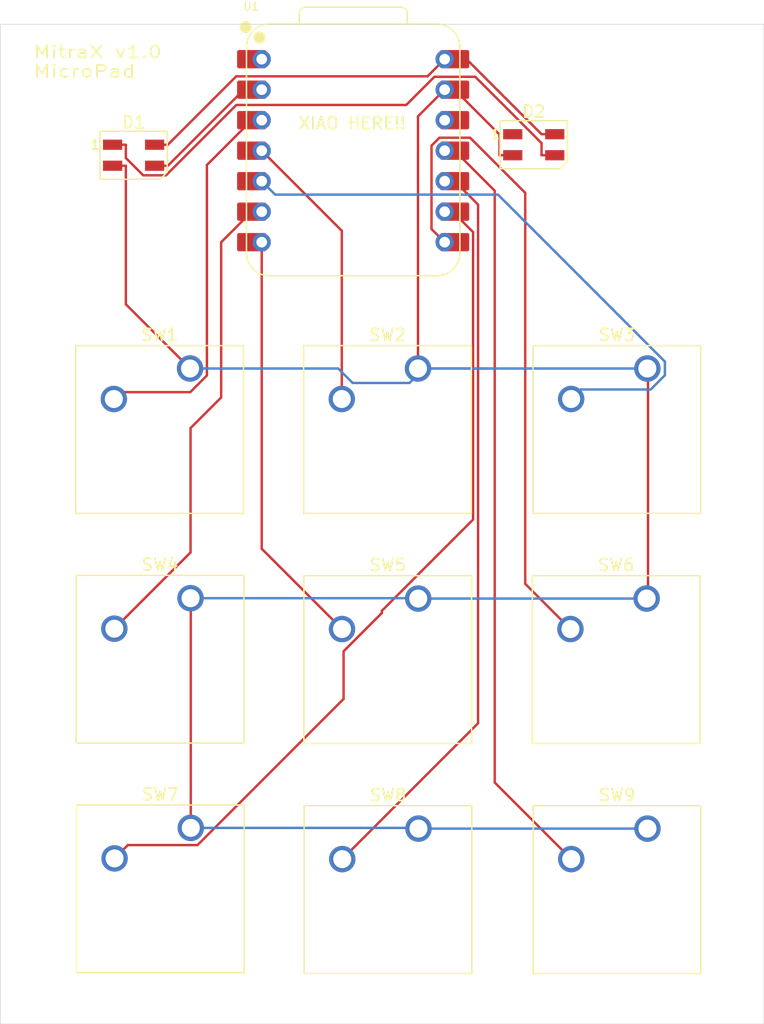
<source format=kicad_pcb>
(kicad_pcb (version 20241229) (generator "pcbnew") (generator_version "9.0")
  (layers (0 "F.Cu" signal) (2 "B.Cu" signal) (13 "F.Paste" user) (15 "B.Paste" user) (5 "F.SilkS" user "F.Silkscreen") (7 "B.SilkS" user "B.Silkscreen") (1 "F.Mask" user) (3 "B.Mask" user) (25 "Edge.Cuts" user))
  (net 0 "")
  (net 1 "Net-(D1-DIN)")
  (net 2 "+5V")
  (net 3 "Net-(D1-DOUT)")
  (net 4 "GND")
  (net 6 "Net-(U1-GPIO28{slash}ADC2{slash}A2)")
  (net 7 "Net-(U1-GPIO29{slash}ADC3{slash}A3)")
  (net 8 "Net-(U1-GPIO6{slash}SDA)")
  (net 9 "Net-(U1-GPIO7{slash}SCL)")
  (net 10 "Net-(U1-GPIO0{slash}TX)")
  (net 11 "Net-(U1-GPIO1{slash}RX)")
  (net 12 "Net-(U1-GPIO2{slash}SCK)")
  (net 13 "Net-(U1-GPIO4{slash}MISO)")
  (net 14 "Net-(U1-GPIO3{slash}MOSI)")
  (net 15 "unconnected-(U1-GPIO26{slash}ADC0{slash}A0-Pad1)")
  (net 16 "unconnected-(U1-3V3-Pad12)")
  (footprint "Button_Switch_Keyboard:SW_Cherry_MX_1.00u_PCB" (layer "F.Cu") (at 171.33 99.71)
    (property "Reference" "SW6" (at -2.54 -2.794 0) (layer "F.SilkS"))
    (property "Value" "SW_Push")
    (fp_line (start -9.525 -1.905) (end 4.445 -1.905) (stroke (width 0.12)) (layer "F.SilkS"))
    (fp_line (start -9.525 12.065) (end -9.525 -1.905) (stroke (width 0.12)) (layer "F.SilkS"))
    (fp_line (start 4.445 -1.905) (end 4.445 12.065) (stroke (width 0.12)) (layer "F.SilkS"))
    (fp_line (start 4.445 12.065) (end -9.525 12.065) (stroke (width 0.12)) (layer "F.SilkS"))
    (pad "" np_thru_hole circle (at -7.62 5.08) (size 1.7 1.7) (drill 1.7) (layers "*.Cu" "*.Mask"))
    (pad "" np_thru_hole circle (at -2.54 5.08) (size 4 4) (drill 4) (layers "*.Cu" "*.Mask"))
    (pad "" np_thru_hole circle (at 2.54 5.08) (size 1.7 1.7) (drill 1.7) (layers "*.Cu" "*.Mask"))
    (pad "1" thru_hole circle (at 0 0) (size 2.2 2.2) (drill 1.5) (layers "*.Cu" "*.Mask") (net 4 "GND"))
    (pad "2" thru_hole circle (at -6.35 2.54) (size 2.2 2.2) (drill 1.5) (layers "*.Cu" "*.Mask") (net 11 "Net-(U1-GPIO1{slash}RX)"))
  )
  (footprint "Button_Switch_Keyboard:SW_Cherry_MX_1.00u_PCB" (layer "F.Cu") (at 133.29 80.55)
    (property "Reference" "SW1" (at -2.54 -2.794 0) (layer "F.SilkS"))
    (property "Value" "SW_Push")
    (fp_line (start -9.525 -1.905) (end 4.445 -1.905) (stroke (width 0.12)) (layer "F.SilkS"))
    (fp_line (start -9.525 12.065) (end -9.525 -1.905) (stroke (width 0.12)) (layer "F.SilkS"))
    (fp_line (start 4.445 -1.905) (end 4.445 12.065) (stroke (width 0.12)) (layer "F.SilkS"))
    (fp_line (start 4.445 12.065) (end -9.525 12.065) (stroke (width 0.12)) (layer "F.SilkS"))
    (pad "" np_thru_hole circle (at -7.62 5.08) (size 1.7 1.7) (drill 1.7) (layers "*.Cu" "*.Mask"))
    (pad "" np_thru_hole circle (at -2.54 5.08) (size 4 4) (drill 4) (layers "*.Cu" "*.Mask"))
    (pad "" np_thru_hole circle (at 2.54 5.08) (size 1.7 1.7) (drill 1.7) (layers "*.Cu" "*.Mask"))
    (pad "1" thru_hole circle (at 0 0) (size 2.2 2.2) (drill 1.5) (layers "*.Cu" "*.Mask") (net 4 "GND"))
    (pad "2" thru_hole circle (at -6.35 2.54) (size 2.2 2.2) (drill 1.5) (layers "*.Cu" "*.Mask") (net 6 "Net-(U1-GPIO28{slash}ADC2{slash}A2)"))
  )
  (footprint "Seeed Studio XIAO Series Library:XIAO-RP2040-DIP" (layer "F.Cu") (at 146.88 62.4085)
    (property "Reference" "U1" (at -8.5 -12 0) (layer "F.SilkS") (effects (font (size 0.635 0.635) (thickness 0.1016))))
    (property "Value" "XIAO-RP2040-DIP")
    (fp_line (start -8.89 8.509) (end -8.89 -8.636) (stroke (width 0.127)) (layer "F.SilkS"))
    (fp_line (start -6.985 10.414) (end 6.985 10.414) (stroke (width 0.127)) (layer "F.SilkS"))
    (fp_line (start -4.495 -10.541) (end -4.491272 -11.451272) (stroke (width 0.127)) (layer "F.SilkS"))
    (fp_line (start -3.991272 -11.951) (end 4.004 -11.951) (stroke (width 0.127)) (layer "F.SilkS"))
    (fp_line (start 4.504 -11.451) (end 4.504 -10.541) (stroke (width 0.127)) (layer "F.SilkS"))
    (fp_line (start 6.985 -10.541) (end -6.985 -10.541) (stroke (width 0.1)) (layer "F.SilkS"))
    (fp_line (start 6.985 -10.541) (end -6.985 -10.541) (stroke (width 0.127)) (layer "F.SilkS"))
    (fp_line (start 8.89 8.509) (end 8.89 -8.636) (stroke (width 0.127)) (layer "F.SilkS"))
    (fp_arc (start -8.89 -8.636) (mid -8.332038 -9.983038) (end -6.985 -10.541) (stroke (width 0.127)) (layer "F.SilkS"))
    (fp_arc (start -6.985 10.414) (mid -8.332038 9.856038) (end -8.89 8.509) (stroke (width 0.127)) (layer "F.SilkS"))
    (fp_arc (start -4.491272 -11.451272) (mid -4.344728 -11.80464) (end -3.991272 -11.951) (stroke (width 0.127)) (layer "F.SilkS"))
    (fp_arc (start 4.004 -11.951) (mid 4.357553 -11.804553) (end 4.504 -11.451) (stroke (width 0.127)) (layer "F.SilkS"))
    (fp_arc (start 6.985 -10.541) (mid 8.332038 -9.983038) (end 8.89 -8.636) (stroke (width 0.127)) (layer "F.SilkS"))
    (fp_arc (start 8.89 8.509) (mid 8.332038 9.856038) (end 6.985 10.414) (stroke (width 0.127)) (layer "F.SilkS"))
    (fp_circle (center -8.95 -10.3) (end -8.95 -10.554) (stroke (width 0.5)) (fill yes) (layer "F.SilkS"))
    (fp_circle (center -7.807 -9.42) (end -7.807 -9.674) (stroke (width 0.5)) (fill yes) (layer "F.SilkS"))
    (pad "1" smd roundrect (at -8.455 -7.62 180) (size 2.432 1.524) (layers "F.Cu" "F.Mask") (roundrect_rratio 0.1) (net 15 "unconnected-(U1-GPIO26{slash}ADC0{slash}A0-Pad1)"))
    (pad "1" thru_hole circle (at -7.62 -7.62 180) (size 1.524 1.524) (drill 0.889) (layers "*.Cu" "*.Mask") (net 15 "unconnected-(U1-GPIO26{slash}ADC0{slash}A0-Pad1)"))
    (pad "2" smd roundrect (at -8.455 -5.08 180) (size 2.432 1.524) (layers "F.Cu" "F.Mask") (roundrect_rratio 0.1) (net 1 "Net-(D1-DIN)"))
    (pad "2" thru_hole circle (at -7.62 -5.08 180) (size 1.524 1.524) (drill 0.889) (layers "*.Cu" "*.Mask") (net 1 "Net-(D1-DIN)"))
    (pad "3" smd roundrect (at -8.455 -2.54 180) (size 2.432 1.524) (layers "F.Cu" "F.Mask") (roundrect_rratio 0.1) (net 6 "Net-(U1-GPIO28{slash}ADC2{slash}A2)"))
    (pad "3" thru_hole circle (at -7.62 -2.54 180) (size 1.524 1.524) (drill 0.889) (layers "*.Cu" "*.Mask") (net 6 "Net-(U1-GPIO28{slash}ADC2{slash}A2)"))
    (pad "4" smd roundrect (at -8.455 0 180) (size 2.432 1.524) (layers "F.Cu" "F.Mask") (roundrect_rratio 0.1) (net 7 "Net-(U1-GPIO29{slash}ADC3{slash}A3)"))
    (pad "4" thru_hole circle (at -7.62 0 180) (size 1.524 1.524) (drill 0.889) (layers "*.Cu" "*.Mask") (net 7 "Net-(U1-GPIO29{slash}ADC3{slash}A3)"))
    (pad "5" smd roundrect (at -8.455 2.54 180) (size 2.432 1.524) (layers "F.Cu" "F.Mask") (roundrect_rratio 0.1) (net 8 "Net-(U1-GPIO6{slash}SDA)"))
    (pad "5" thru_hole circle (at -7.62 2.54 180) (size 1.524 1.524) (drill 0.889) (layers "*.Cu" "*.Mask") (net 8 "Net-(U1-GPIO6{slash}SDA)"))
    (pad "6" smd roundrect (at -8.455 5.08 180) (size 2.432 1.524) (layers "F.Cu" "F.Mask") (roundrect_rratio 0.1) (net 9 "Net-(U1-GPIO7{slash}SCL)"))
    (pad "6" thru_hole circle (at -7.62 5.08 180) (size 1.524 1.524) (drill 0.889) (layers "*.Cu" "*.Mask") (net 9 "Net-(U1-GPIO7{slash}SCL)"))
    (pad "7" smd roundrect (at -8.455 7.62 180) (size 2.432 1.524) (layers "F.Cu" "F.Mask") (roundrect_rratio 0.1) (net 10 "Net-(U1-GPIO0{slash}TX)"))
    (pad "7" thru_hole circle (at -7.62 7.62 180) (size 1.524 1.524) (drill 0.889) (layers "*.Cu" "*.Mask") (net 10 "Net-(U1-GPIO0{slash}TX)"))
    (pad "8" thru_hole circle (at 7.62 7.62) (size 1.524 1.524) (drill 0.889) (layers "*.Cu" "*.Mask") (net 11 "Net-(U1-GPIO1{slash}RX)"))
    (pad "8" smd roundrect (at 8.455 7.62) (size 2.432 1.524) (layers "F.Cu" "F.Mask") (roundrect_rratio 0.1) (net 11 "Net-(U1-GPIO1{slash}RX)"))
    (pad "9" thru_hole circle (at 7.62 5.08) (size 1.524 1.524) (drill 0.889) (layers "*.Cu" "*.Mask") (net 12 "Net-(U1-GPIO2{slash}SCK)"))
    (pad "9" smd roundrect (at 8.455 5.08) (size 2.432 1.524) (layers "F.Cu" "F.Mask") (roundrect_rratio 0.1) (net 12 "Net-(U1-GPIO2{slash}SCK)"))
    (pad "10" thru_hole circle (at 7.62 2.54) (size 1.524 1.524) (drill 0.889) (layers "*.Cu" "*.Mask") (net 13 "Net-(U1-GPIO4{slash}MISO)"))
    (pad "10" smd roundrect (at 8.455 2.54) (size 2.432 1.524) (layers "F.Cu" "F.Mask") (roundrect_rratio 0.1) (net 13 "Net-(U1-GPIO4{slash}MISO)"))
    (pad "11" thru_hole circle (at 7.62 0) (size 1.524 1.524) (drill 0.889) (layers "*.Cu" "*.Mask") (net 14 "Net-(U1-GPIO3{slash}MOSI)"))
    (pad "11" smd roundrect (at 8.455 0) (size 2.432 1.524) (layers "F.Cu" "F.Mask") (roundrect_rratio 0.1) (net 14 "Net-(U1-GPIO3{slash}MOSI)"))
    (pad "12" thru_hole circle (at 7.62 -2.54) (size 1.524 1.524) (drill 0.889) (layers "*.Cu" "*.Mask") (net 16 "unconnected-(U1-3V3-Pad12)"))
    (pad "12" smd roundrect (at 8.455 -2.54) (size 2.432 1.524) (layers "F.Cu" "F.Mask") (roundrect_rratio 0.1) (net 16 "unconnected-(U1-3V3-Pad12)"))
    (pad "13" thru_hole circle (at 7.62 -5.08) (size 1.524 1.524) (drill 0.889) (layers "*.Cu" "*.Mask") (net 4 "GND"))
    (pad "13" smd roundrect (at 8.455 -5.08) (size 2.432 1.524) (layers "F.Cu" "F.Mask") (roundrect_rratio 0.1) (net 4 "GND"))
    (pad "14" thru_hole circle (at 7.62 -7.62) (size 1.524 1.524) (drill 0.889) (layers "*.Cu" "*.Mask") (net 2 "+5V"))
    (pad "14" smd roundrect (at 8.455 -7.62) (size 2.432 1.524) (layers "F.Cu" "F.Mask") (roundrect_rratio 0.1) (net 2 "+5V"))
  )
  (footprint "Button_Switch_Keyboard:SW_Cherry_MX_1.00u_PCB" (layer "F.Cu") (at 133.35 118.81)
    (property "Reference" "SW7" (at -2.54 -2.794 0) (layer "F.SilkS"))
    (property "Value" "SW_Push")
    (fp_line (start -9.525 -1.905) (end 4.445 -1.905) (stroke (width 0.12)) (layer "F.SilkS"))
    (fp_line (start -9.525 12.065) (end -9.525 -1.905) (stroke (width 0.12)) (layer "F.SilkS"))
    (fp_line (start 4.445 -1.905) (end 4.445 12.065) (stroke (width 0.12)) (layer "F.SilkS"))
    (fp_line (start 4.445 12.065) (end -9.525 12.065) (stroke (width 0.12)) (layer "F.SilkS"))
    (pad "" np_thru_hole circle (at -7.62 5.08) (size 1.7 1.7) (drill 1.7) (layers "*.Cu" "*.Mask"))
    (pad "" np_thru_hole circle (at -2.54 5.08) (size 4 4) (drill 4) (layers "*.Cu" "*.Mask"))
    (pad "" np_thru_hole circle (at 2.54 5.08) (size 1.7 1.7) (drill 1.7) (layers "*.Cu" "*.Mask"))
    (pad "1" thru_hole circle (at 0 0) (size 2.2 2.2) (drill 1.5) (layers "*.Cu" "*.Mask") (net 4 "GND"))
    (pad "2" thru_hole circle (at -6.35 2.54) (size 2.2 2.2) (drill 1.5) (layers "*.Cu" "*.Mask") (net 12 "Net-(U1-GPIO2{slash}SCK)"))
  )
  (footprint "Button_Switch_Keyboard:SW_Cherry_MX_1.00u_PCB" (layer "F.Cu") (at 171.39 80.55)
    (property "Reference" "SW3" (at -2.54 -2.794 0) (layer "F.SilkS"))
    (property "Value" "SW_Push")
    (fp_line (start -9.525 -1.905) (end 4.445 -1.905) (stroke (width 0.12)) (layer "F.SilkS"))
    (fp_line (start -9.525 12.065) (end -9.525 -1.905) (stroke (width 0.12)) (layer "F.SilkS"))
    (fp_line (start 4.445 -1.905) (end 4.445 12.065) (stroke (width 0.12)) (layer "F.SilkS"))
    (fp_line (start 4.445 12.065) (end -9.525 12.065) (stroke (width 0.12)) (layer "F.SilkS"))
    (pad "" np_thru_hole circle (at -7.62 5.08) (size 1.7 1.7) (drill 1.7) (layers "*.Cu" "*.Mask"))
    (pad "" np_thru_hole circle (at -2.54 5.08) (size 4 4) (drill 4) (layers "*.Cu" "*.Mask"))
    (pad "" np_thru_hole circle (at 2.54 5.08) (size 1.7 1.7) (drill 1.7) (layers "*.Cu" "*.Mask"))
    (pad "1" thru_hole circle (at 0 0) (size 2.2 2.2) (drill 1.5) (layers "*.Cu" "*.Mask") (net 4 "GND"))
    (pad "2" thru_hole circle (at -6.35 2.54) (size 2.2 2.2) (drill 1.5) (layers "*.Cu" "*.Mask") (net 8 "Net-(U1-GPIO6{slash}SDA)"))
  )
  (footprint "Button_Switch_Keyboard:SW_Cherry_MX_1.00u_PCB" (layer "F.Cu") (at 171.4 118.87)
    (property "Reference" "SW9" (at -2.54 -2.794 0) (layer "F.SilkS"))
    (property "Value" "SW_Push")
    (fp_line (start -9.525 -1.905) (end 4.445 -1.905) (stroke (width 0.12)) (layer "F.SilkS"))
    (fp_line (start -9.525 12.065) (end -9.525 -1.905) (stroke (width 0.12)) (layer "F.SilkS"))
    (fp_line (start 4.445 -1.905) (end 4.445 12.065) (stroke (width 0.12)) (layer "F.SilkS"))
    (fp_line (start 4.445 12.065) (end -9.525 12.065) (stroke (width 0.12)) (layer "F.SilkS"))
    (pad "" np_thru_hole circle (at -7.62 5.08) (size 1.7 1.7) (drill 1.7) (layers "*.Cu" "*.Mask"))
    (pad "" np_thru_hole circle (at -2.54 5.08) (size 4 4) (drill 4) (layers "*.Cu" "*.Mask"))
    (pad "" np_thru_hole circle (at 2.54 5.08) (size 1.7 1.7) (drill 1.7) (layers "*.Cu" "*.Mask"))
    (pad "1" thru_hole circle (at 0 0) (size 2.2 2.2) (drill 1.5) (layers "*.Cu" "*.Mask") (net 4 "GND"))
    (pad "2" thru_hole circle (at -6.35 2.54) (size 2.2 2.2) (drill 1.5) (layers "*.Cu" "*.Mask") (net 14 "Net-(U1-GPIO3{slash}MOSI)"))
  )
  (footprint "Button_Switch_Keyboard:SW_Cherry_MX_1.00u_PCB" (layer "F.Cu") (at 152.3 99.71)
    (property "Reference" "SW5" (at -2.54 -2.794 0) (layer "F.SilkS"))
    (property "Value" "SW_Push")
    (fp_line (start -9.525 -1.905) (end 4.445 -1.905) (stroke (width 0.12)) (layer "F.SilkS"))
    (fp_line (start -9.525 12.065) (end -9.525 -1.905) (stroke (width 0.12)) (layer "F.SilkS"))
    (fp_line (start 4.445 -1.905) (end 4.445 12.065) (stroke (width 0.12)) (layer "F.SilkS"))
    (fp_line (start 4.445 12.065) (end -9.525 12.065) (stroke (width 0.12)) (layer "F.SilkS"))
    (pad "" np_thru_hole circle (at -7.62 5.08) (size 1.7 1.7) (drill 1.7) (layers "*.Cu" "*.Mask"))
    (pad "" np_thru_hole circle (at -2.54 5.08) (size 4 4) (drill 4) (layers "*.Cu" "*.Mask"))
    (pad "" np_thru_hole circle (at 2.54 5.08) (size 1.7 1.7) (drill 1.7) (layers "*.Cu" "*.Mask"))
    (pad "1" thru_hole circle (at 0 0) (size 2.2 2.2) (drill 1.5) (layers "*.Cu" "*.Mask") (net 4 "GND"))
    (pad "2" thru_hole circle (at -6.35 2.54) (size 2.2 2.2) (drill 1.5) (layers "*.Cu" "*.Mask") (net 10 "Net-(U1-GPIO0{slash}TX)"))
  )
  (footprint "Button_Switch_Keyboard:SW_Cherry_MX_1.00u_PCB" (layer "F.Cu") (at 133.33 99.68)
    (property "Reference" "SW4" (at -2.54 -2.794 0) (layer "F.SilkS"))
    (property "Value" "SW_Push")
    (fp_line (start -9.525 -1.905) (end 4.445 -1.905) (stroke (width 0.12)) (layer "F.SilkS"))
    (fp_line (start -9.525 12.065) (end -9.525 -1.905) (stroke (width 0.12)) (layer "F.SilkS"))
    (fp_line (start 4.445 -1.905) (end 4.445 12.065) (stroke (width 0.12)) (layer "F.SilkS"))
    (fp_line (start 4.445 12.065) (end -9.525 12.065) (stroke (width 0.12)) (layer "F.SilkS"))
    (pad "" np_thru_hole circle (at -7.62 5.08) (size 1.7 1.7) (drill 1.7) (layers "*.Cu" "*.Mask"))
    (pad "" np_thru_hole circle (at -2.54 5.08) (size 4 4) (drill 4) (layers "*.Cu" "*.Mask"))
    (pad "" np_thru_hole circle (at 2.54 5.08) (size 1.7 1.7) (drill 1.7) (layers "*.Cu" "*.Mask"))
    (pad "1" thru_hole circle (at 0 0) (size 2.2 2.2) (drill 1.5) (layers "*.Cu" "*.Mask") (net 4 "GND"))
    (pad "2" thru_hole circle (at -6.35 2.54) (size 2.2 2.2) (drill 1.5) (layers "*.Cu" "*.Mask") (net 9 "Net-(U1-GPIO7{slash}SCL)"))
  )
  (footprint "LED_SMD:LED_SK6812MINI_PLCC4_3.5x3.5mm_P1.75mm" (layer "F.Cu") (at 128.5875 62.7875)
    (property "Reference" "D1" (at 0 -2.75 0) (layer "F.SilkS"))
    (property "Value" "SK6812MINI")
    (fp_line (start -2.8 -2) (end -2.8 2) (stroke (width 0.12)) (layer "F.SilkS"))
    (fp_line (start -2.8 -2) (end 2.8 -2) (stroke (width 0.12)) (layer "F.SilkS"))
    (fp_line (start -2.8 2) (end 2.2 2) (stroke (width 0.12)) (layer "F.SilkS"))
    (fp_line (start 2.8 1.4) (end 2.2 2) (stroke (width 0.12)) (layer "F.SilkS"))
    (fp_line (start 2.8 1.4) (end 2.8 -2) (stroke (width 0.12)) (layer "F.SilkS"))
    (fp_text user "1" (at -3.2 -0.875 0) (layer "F.SilkS") (effects (font (size 0.8 0.8))))
    (pad "1" smd rect (at -1.75 -0.875) (size 1.6 0.85) (layers "F.Cu" "F.Mask" "F.Paste") (net 3 "Net-(D1-DOUT)"))
    (pad "2" smd rect (at -1.75 0.875) (size 1.6 0.85) (layers "F.Cu" "F.Mask" "F.Paste") (net 4 "GND"))
    (pad "3" smd rect (at 1.75 0.875) (size 1.6 0.85) (layers "F.Cu" "F.Mask" "F.Paste") (net 1 "Net-(D1-DIN)"))
    (pad "4" smd rect (at 1.75 -0.875) (size 1.6 0.85) (layers "F.Cu" "F.Mask" "F.Paste") (net 2 "+5V"))
  )
  (footprint "LED_SMD:LED_SK6812MINI_PLCC4_3.5x3.5mm_P1.75mm" (layer "F.Cu") (at 161.925 61.9125)
    (property "Reference" "D2" (at 0 -2.75 0) (layer "F.SilkS"))
    (property "Value" "SK6812MINI")
    (fp_line (start -2.8 -2) (end -2.8 2) (stroke (width 0.12)) (layer "F.SilkS"))
    (fp_line (start -2.8 -2) (end 2.8 -2) (stroke (width 0.12)) (layer "F.SilkS"))
    (fp_line (start -2.8 2) (end 2.2 2) (stroke (width 0.12)) (layer "F.SilkS"))
    (fp_line (start 2.8 1.4) (end 2.2 2) (stroke (width 0.12)) (layer "F.SilkS"))
    (fp_line (start 2.8 1.4) (end 2.8 -2) (stroke (width 0.12)) (layer "F.SilkS"))
    (fp_text user "1" (at -3.2 -0.875 0) (layer "F.SilkS") (effects (font (size 0.8 0.8))))
    (pad "1" smd rect (at -1.75 -0.875) (size 1.6 0.85) (layers "F.Cu" "F.Mask" "F.Paste"))
    (pad "2" smd rect (at -1.75 0.875) (size 1.6 0.85) (layers "F.Cu" "F.Mask" "F.Paste") (net 4 "GND"))
    (pad "3" smd rect (at 1.75 0.875) (size 1.6 0.85) (layers "F.Cu" "F.Mask" "F.Paste") (net 3 "Net-(D1-DOUT)"))
    (pad "4" smd rect (at 1.75 -0.875) (size 1.6 0.85) (layers "F.Cu" "F.Mask" "F.Paste") (net 2 "+5V"))
  )
  (footprint "Button_Switch_Keyboard:SW_Cherry_MX_1.00u_PCB" (layer "F.Cu") (at 152.28 80.55)
    (property "Reference" "SW2" (at -2.54 -2.794 0) (layer "F.SilkS"))
    (property "Value" "SW_Push")
    (fp_line (start -9.525 -1.905) (end 4.445 -1.905) (stroke (width 0.12)) (layer "F.SilkS"))
    (fp_line (start -9.525 12.065) (end -9.525 -1.905) (stroke (width 0.12)) (layer "F.SilkS"))
    (fp_line (start 4.445 -1.905) (end 4.445 12.065) (stroke (width 0.12)) (layer "F.SilkS"))
    (fp_line (start 4.445 12.065) (end -9.525 12.065) (stroke (width 0.12)) (layer "F.SilkS"))
    (pad "" np_thru_hole circle (at -7.62 5.08) (size 1.7 1.7) (drill 1.7) (layers "*.Cu" "*.Mask"))
    (pad "" np_thru_hole circle (at -2.54 5.08) (size 4 4) (drill 4) (layers "*.Cu" "*.Mask"))
    (pad "" np_thru_hole circle (at 2.54 5.08) (size 1.7 1.7) (drill 1.7) (layers "*.Cu" "*.Mask"))
    (pad "1" thru_hole circle (at 0 0) (size 2.2 2.2) (drill 1.5) (layers "*.Cu" "*.Mask") (net 4 "GND"))
    (pad "2" thru_hole circle (at -6.35 2.54) (size 2.2 2.2) (drill 1.5) (layers "*.Cu" "*.Mask") (net 7 "Net-(U1-GPIO29{slash}ADC3{slash}A3)"))
  )
  (footprint "Button_Switch_Keyboard:SW_Cherry_MX_1.00u_PCB" (layer "F.Cu") (at 152.32 118.87)
    (property "Reference" "SW8" (at -2.54 -2.794 0) (layer "F.SilkS"))
    (property "Value" "SW_Push")
    (fp_line (start -9.525 -1.905) (end 4.445 -1.905) (stroke (width 0.12)) (layer "F.SilkS"))
    (fp_line (start -9.525 12.065) (end -9.525 -1.905) (stroke (width 0.12)) (layer "F.SilkS"))
    (fp_line (start 4.445 -1.905) (end 4.445 12.065) (stroke (width 0.12)) (layer "F.SilkS"))
    (fp_line (start 4.445 12.065) (end -9.525 12.065) (stroke (width 0.12)) (layer "F.SilkS"))
    (pad "" np_thru_hole circle (at -7.62 5.08) (size 1.7 1.7) (drill 1.7) (layers "*.Cu" "*.Mask"))
    (pad "" np_thru_hole circle (at -2.54 5.08) (size 4 4) (drill 4) (layers "*.Cu" "*.Mask"))
    (pad "" np_thru_hole circle (at 2.54 5.08) (size 1.7 1.7) (drill 1.7) (layers "*.Cu" "*.Mask"))
    (pad "1" thru_hole circle (at 0 0) (size 2.2 2.2) (drill 1.5) (layers "*.Cu" "*.Mask") (net 4 "GND"))
    (pad "2" thru_hole circle (at -6.35 2.54) (size 2.2 2.2) (drill 1.5) (layers "*.Cu" "*.Mask") (net 13 "Net-(U1-GPIO4{slash}MISO)"))
  )
  (gr_rect (start 117.48 51.88) (end 181.1 135.14) (stroke (width 0.05)) (fill no) (layer "Edge.Cuts"))
  (gr_text "MitraX v1.0\nMicroPad" (at 120.142 56.388 0) (layer "F.SilkS") (effects (font (size 1 1.25)) (justify left bottom)))
  (gr_text "XIAO HERE!!" (at 142.24 60.706 0) (layer "F.SilkS") (effects (font (size 1 1)) (justify left bottom)))
  (segment (start 138.425 57.3285) (end 139.26 57.3285) (width 0.2) (layer "F.Cu") (net 1))
  (segment (start 130.3375 63.6625) (end 131.4392 63.6625) (width 0.2) (layer "F.Cu") (net 1))
  (segment (start 137.7732 57.3285) (end 131.4392 63.6625) (width 0.2) (layer "F.Cu") (net 1))
  (segment (start 138.425 57.3285) (end 137.7732 57.3285) (width 0.2) (layer "F.Cu") (net 1))
  (segment (start 130.3375 61.9125) (end 131.4392 61.9125) (width 0.2) (layer "F.Cu") (net 2))
  (segment (start 163.675 61.0375) (end 162.5733 61.0375) (width 0.2) (layer "F.Cu") (net 2))
  (segment (start 156.3243 54.7885) (end 155.335 54.7885) (width 0.2) (layer "F.Cu") (net 2))
  (segment (start 155.335 54.7885) (end 154.5 54.7885) (width 0.2) (layer "F.Cu") (net 2))
  (segment (start 137.1371 56.2146) (end 131.4392 61.9125) (width 0.2) (layer "F.Cu") (net 2))
  (segment (start 162.5733 61.0375) (end 156.3243 54.7885) (width 0.2) (layer "F.Cu") (net 2))
  (segment (start 154.5 54.7885) (end 153.0739 56.2146) (width 0.2) (layer "F.Cu") (net 2))
  (segment (start 153.0739 56.2146) (end 137.1371 56.2146) (width 0.2) (layer "F.Cu") (net 2))
  (segment (start 131.286 64.4595) (end 137.147 58.5985) (width 0.2) (layer "F.Cu") (net 3))
  (segment (start 127.9392 61.9125) (end 127.9392 63.0142) (width 0.2) (layer "F.Cu") (net 3))
  (segment (start 137.147 58.5985) (end 151.3032 58.5985) (width 0.2) (layer "F.Cu") (net 3))
  (segment (start 127.9392 63.0142) (end 129.3845 64.4595) (width 0.2) (layer "F.Cu") (net 3))
  (segment (start 129.3845 64.4595) (end 131.286 64.4595) (width 0.2) (layer "F.Cu") (net 3))
  (segment (start 163.675 62.7875) (end 162.5733 62.7875) (width 0.2) (layer "F.Cu") (net 3))
  (segment (start 126.8375 61.9125) (end 127.9392 61.9125) (width 0.2) (layer "F.Cu") (net 3))
  (segment (start 157.0479 56.2541) (end 162.5733 61.7795) (width 0.2) (layer "F.Cu") (net 3))
  (segment (start 162.5733 61.7795) (end 162.5733 62.7875) (width 0.2) (layer "F.Cu") (net 3))
  (segment (start 151.3032 58.5985) (end 153.6476 56.2541) (width 0.2) (layer "F.Cu") (net 3))
  (segment (start 153.6476 56.2541) (end 157.0479 56.2541) (width 0.2) (layer "F.Cu") (net 3))
  (segment (start 160.175 62.7875) (end 159.0733 62.7875) (width 0.2) (layer "F.Cu") (net 4))
  (segment (start 154.8762 57.3285) (end 154.5 57.3285) (width 0.2) (layer "F.Cu") (net 4))
  (segment (start 171.4435 99.5965) (end 171.33 99.71) (width 0.2) (layer "F.Cu") (net 4))
  (segment (start 159.0733 61.0668) (end 159.0733 62.7875) (width 0.2) (layer "F.Cu") (net 4))
  (segment (start 171.4435 80.6035) (end 171.4435 99.5965) (width 0.2) (layer "F.Cu") (net 4))
  (segment (start 155.335 57.3285) (end 154.9175 57.3285) (width 0.2) (layer "F.Cu") (net 4))
  (segment (start 133.35 99.7) (end 133.35 118.81) (width 0.2) (layer "F.Cu") (net 4))
  (segment (start 152.28 59.5485) (end 152.28 80.55) (width 0.2) (layer "F.Cu") (net 4))
  (segment (start 133.33 99.68) (end 133.35 99.7) (width 0.2) (layer "F.Cu") (net 4))
  (segment (start 126.8375 63.6625) (end 127.9392 63.6625) (width 0.2) (layer "F.Cu") (net 4))
  (segment (start 154.5 57.3285) (end 152.28 59.5485) (width 0.2) (layer "F.Cu") (net 4))
  (segment (start 127.9392 75.1992) (end 133.29 80.55) (width 0.2) (layer "F.Cu") (net 4))
  (segment (start 154.9175 57.3285) (end 154.8762 57.3285) (width 0.2) (layer "F.Cu") (net 4))
  (segment (start 155.335 57.3285) (end 159.0733 61.0668) (width 0.2) (layer "F.Cu") (net 4))
  (segment (start 127.9392 63.6625) (end 127.9392 75.1992) (width 0.2) (layer "F.Cu") (net 4))
  (segment (start 171.39 80.55) (end 171.4435 80.6035) (width 0.2) (layer "F.Cu") (net 4))
  (segment (start 152.3 99.71) (end 152.8406 99.71) (width 0.2) (layer "B.Cu") (net 4))
  (segment (start 152.3 99.71) (end 152.27 99.68) (width 0.2) (layer "B.Cu") (net 4))
  (segment (start 145.6332 80.55) (end 133.29 80.55) (width 0.2) (layer "B.Cu") (net 4))
  (segment (start 161.815 99.71) (end 171.33 99.71) (width 0.2) (layer "B.Cu") (net 4))
  (segment (start 161.7737 99.71) (end 161.815 99.71) (width 0.2) (layer "B.Cu") (net 4))
  (segment (start 152.8406 99.71) (end 152.8407 99.71) (width 0.2) (layer "B.Cu") (net 4))
  (segment (start 152.8706 99.71) (end 153.7553 99.71) (width 0.2) (layer "B.Cu") (net 4))
  (segment (start 152.26 118.81) (end 152.32 118.87) (width 0.2) (layer "B.Cu") (net 4))
  (segment (start 160.3993 99.71) (end 161.7737 99.71) (width 0.2) (layer "B.Cu") (net 4))
  (segment (start 152.8407 99.71) (end 152.8706 99.71) (width 0.2) (layer "B.Cu") (net 4))
  (segment (start 146.8368 81.7536) (end 145.6332 80.55) (width 0.2) (layer "B.Cu") (net 4))
  (segment (start 152.32 118.87) (end 171.4 118.87) (width 0.2) (layer "B.Cu") (net 4))
  (segment (start 133.35 118.81) (end 152.26 118.81) (width 0.2) (layer "B.Cu") (net 4))
  (segment (start 152.27 99.68) (end 133.33 99.68) (width 0.2) (layer "B.Cu") (net 4))
  (segment (start 152.7765 80.55) (end 151.5729 81.7536) (width 0.2) (layer "B.Cu") (net 4))
  (segment (start 158.06 80.55) (end 152.28 80.55) (width 0.2) (layer "B.Cu") (net 4))
  (segment (start 151.5729 81.7536) (end 146.8368 81.7536) (width 0.2) (layer "B.Cu") (net 4))
  (segment (start 158.06 80.55) (end 152.7765 80.55) (width 0.2) (layer "B.Cu") (net 4))
  (segment (start 171.39 80.55) (end 158.06 80.55) (width 0.2) (layer "B.Cu") (net 4))
  (segment (start 153.7553 99.71) (end 160.3993 99.71) (width 0.2) (layer "B.Cu") (net 4))
  (segment (start 127.51 82.52) (end 133.3046 82.52) (width 0.2) (layer "F.Cu") (net 6))
  (segment (start 126.94 83.09) (end 127.51 82.52) (width 0.2) (layer "F.Cu") (net 6))
  (segment (start 134.6917 81.1329) (end 134.6917 63.6018) (width 0.2) (layer "F.Cu") (net 6))
  (segment (start 134.6917 63.6018) (end 138.425 59.8685) (width 0.2) (layer "F.Cu") (net 6))
  (segment (start 133.3046 82.52) (end 134.6917 81.1329) (width 0.2) (layer "F.Cu") (net 6))
  (segment (start 139.26 59.8685) (end 138.425 59.8685) (width 0.2) (layer "F.Cu") (net 6))
  (segment (start 139.26 62.4085) (end 138.425 62.4085) (width 0.2) (layer "F.Cu") (net 7))
  (segment (start 145.93 69.0785) (end 139.26 62.4085) (width 0.2) (layer "F.Cu") (net 7))
  (segment (start 145.93 83.09) (end 145.93 69.0785) (width 0.2) (layer "F.Cu") (net 7))
  (segment (start 139.26 64.9485) (end 138.425 64.9485) (width 0.2) (layer "F.Cu") (net 8))
  (segment (start 171.6671 82.2971) (end 172.8489 81.1153) (width 0.2) (layer "B.Cu") (net 8))
  (segment (start 165.8329 82.2971) (end 171.6671 82.2971) (width 0.2) (layer "B.Cu") (net 8))
  (segment (start 140.38 66.0685) (end 139.26 64.9485) (width 0.2) (layer "B.Cu") (net 8))
  (segment (start 165.04 83.09) (end 165.8329 82.2971) (width 0.2) (layer "B.Cu") (net 8))
  (segment (start 158.9427 66.0685) (end 140.38 66.0685) (width 0.2) (layer "B.Cu") (net 8))
  (segment (start 172.8489 81.1153) (end 172.8489 79.9747) (width 0.2) (layer "B.Cu") (net 8))
  (segment (start 172.8489 79.9747) (end 158.9427 66.0685) (width 0.2) (layer "B.Cu") (net 8))
  (segment (start 135.8819 70.0316) (end 138.425 67.4885) (width 0.2) (layer "F.Cu") (net 9))
  (segment (start 139.26 67.4885) (end 138.425 67.4885) (width 0.2) (layer "F.Cu") (net 9))
  (segment (start 126.98 102.22) (end 133.33 95.87) (width 0.2) (layer "F.Cu") (net 9))
  (segment (start 133.33 85.513) (end 135.8819 82.9611) (width 0.2) (layer "F.Cu") (net 9))
  (segment (start 135.8819 82.9611) (end 135.8819 70.0316) (width 0.2) (layer "F.Cu") (net 9))
  (segment (start 133.33 95.87) (end 133.33 85.513) (width 0.2) (layer "F.Cu") (net 9))
  (segment (start 139.26 70.0285) (end 139.26 95.56) (width 0.2) (layer "F.Cu") (net 10))
  (segment (start 138.8425 70.0285) (end 139.26 70.0285) (width 0.2) (layer "F.Cu") (net 10))
  (segment (start 139.26 95.56) (end 145.95 102.25) (width 0.2) (layer "F.Cu") (net 10))
  (segment (start 138.425 70.0285) (end 138.8425 70.0285) (width 0.2) (layer "F.Cu") (net 10))
  (segment (start 153.4061 68.9346) (end 154.5 70.0285) (width 0.2) (layer "F.Cu") (net 11))
  (segment (start 161.2151 65.9221) (end 156.6209 61.3279) (width 0.2) (layer "F.Cu") (net 11))
  (segment (start 155.335 70.0285) (end 154.5 70.0285) (width 0.2) (layer "F.Cu") (net 11))
  (segment (start 156.6209 61.3279) (end 154.0684 61.3279) (width 0.2) (layer "F.Cu") (net 11))
  (segment (start 164.98 102.25) (end 161.2151 98.4851) (width 0.2) (layer "F.Cu") (net 11))
  (segment (start 154.0684 61.3279) (end 153.4061 61.9902) (width 0.2) (layer "F.Cu") (net 11))
  (segment (start 161.2151 98.4851) (end 161.2151 65.9221) (width 0.2) (layer "F.Cu") (net 11))
  (segment (start 153.4061 61.9902) (end 153.4061 68.9346) (width 0.2) (layer "F.Cu") (net 11))
  (segment (start 154.9175 67.4885) (end 155.1681 67.4885) (width 0.2) (layer "F.Cu") (net 12))
  (segment (start 149.2666 100.9158) (end 146.0817 104.1007) (width 0.2) (layer "F.Cu") (net 12))
  (segment (start 156.8693 69.1897) (end 156.8693 93.1317) (width 0.2) (layer "F.Cu") (net 12))
  (segment (start 156.8693 93.1317) (end 149.2666 100.7344) (width 0.2) (layer "F.Cu") (net 12))
  (segment (start 155.1681 67.4885) (end 156.8693 69.1897) (width 0.2) (layer "F.Cu") (net 12))
  (segment (start 155.335 67.4885) (end 154.9175 67.4885) (width 0.2) (layer "F.Cu") (net 12))
  (segment (start 154.9175 67.4885) (end 154.5 67.4885) (width 0.2) (layer "F.Cu") (net 12))
  (segment (start 133.9106 120.2417) (end 128.1083 120.2417) (width 0.2) (layer "F.Cu") (net 12))
  (segment (start 128.1083 120.2417) (end 127 121.35) (width 0.2) (layer "F.Cu") (net 12))
  (segment (start 146.0817 104.1007) (end 146.0817 108.0706) (width 0.2) (layer "F.Cu") (net 12))
  (segment (start 149.2666 100.7344) (end 149.2666 100.9158) (width 0.2) (layer "F.Cu") (net 12))
  (segment (start 146.0817 108.0706) (end 133.9106 120.2417) (width 0.2) (layer "F.Cu") (net 12))
  (segment (start 154.5 64.9485) (end 155.335 64.9485) (width 0.2) (layer "F.Cu") (net 13))
  (segment (start 145.97 121.41) (end 157.287 110.093) (width 0.2) (layer "F.Cu") (net 13))
  (segment (start 157.287 110.093) (end 157.287 66.9005) (width 0.2) (layer "F.Cu") (net 13))
  (segment (start 157.287 66.9005) (end 155.335 64.9485) (width 0.2) (layer "F.Cu") (net 13))
  (segment (start 158.6731 115.0331) (end 158.6731 65.7466) (width 0.2) (layer "F.Cu") (net 14))
  (segment (start 154.5 62.4085) (end 155.335 62.4085) (width 0.2) (layer "F.Cu") (net 14))
  (segment (start 165.05 121.41) (end 158.6731 115.0331) (width 0.2) (layer "F.Cu") (net 14))
  (segment (start 158.6731 65.7466) (end 155.335 62.4085) (width 0.2) (layer "F.Cu") (net 14))
  (segment (start 138.425 54.7885) (end 139.26 54.7885) (width 0.2) (layer "F.Cu") (net 15))
  (segment (start 155.335 59.8685) (end 154.5 59.8685) (width 0.2) (layer "F.Cu") (net 16))
)
</source>
